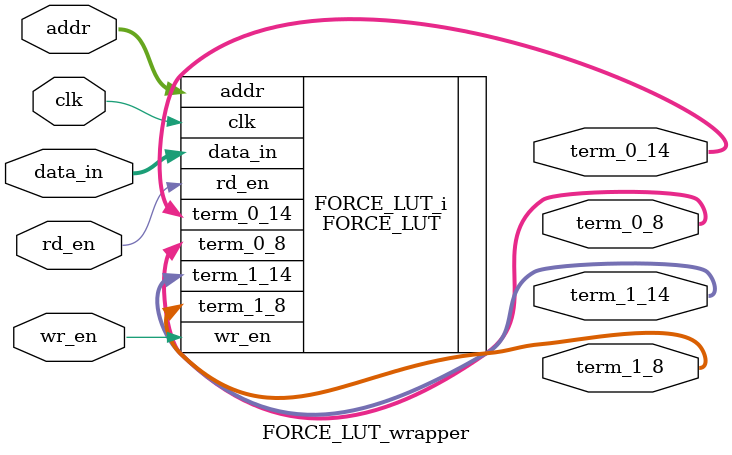
<source format=v>
`timescale 1 ps / 1 ps

module FORCE_LUT_wrapper
   (addr,
    clk,
    data_in,
    rd_en,
    term_0_14,
    term_0_8,
    term_1_14,
    term_1_8,
    wr_en);
  input [11:0]addr;
  input clk;
  input [31:0]data_in;
  input rd_en;
  output [31:0]term_0_14;
  output [31:0]term_0_8;
  output [31:0]term_1_14;
  output [31:0]term_1_8;
  input [0:0]wr_en;

  wire [11:0]addr;
  wire clk;
  wire [31:0]data_in;
  wire rd_en;
  wire [31:0]term_0_14;
  wire [31:0]term_0_8;
  wire [31:0]term_1_14;
  wire [31:0]term_1_8;
  wire [0:0]wr_en;

  FORCE_LUT FORCE_LUT_i
       (.addr(addr),
        .clk(clk),
        .data_in(data_in),
        .rd_en(rd_en),
        .term_0_14(term_0_14),
        .term_0_8(term_0_8),
        .term_1_14(term_1_14),
        .term_1_8(term_1_8),
        .wr_en(wr_en));
endmodule

</source>
